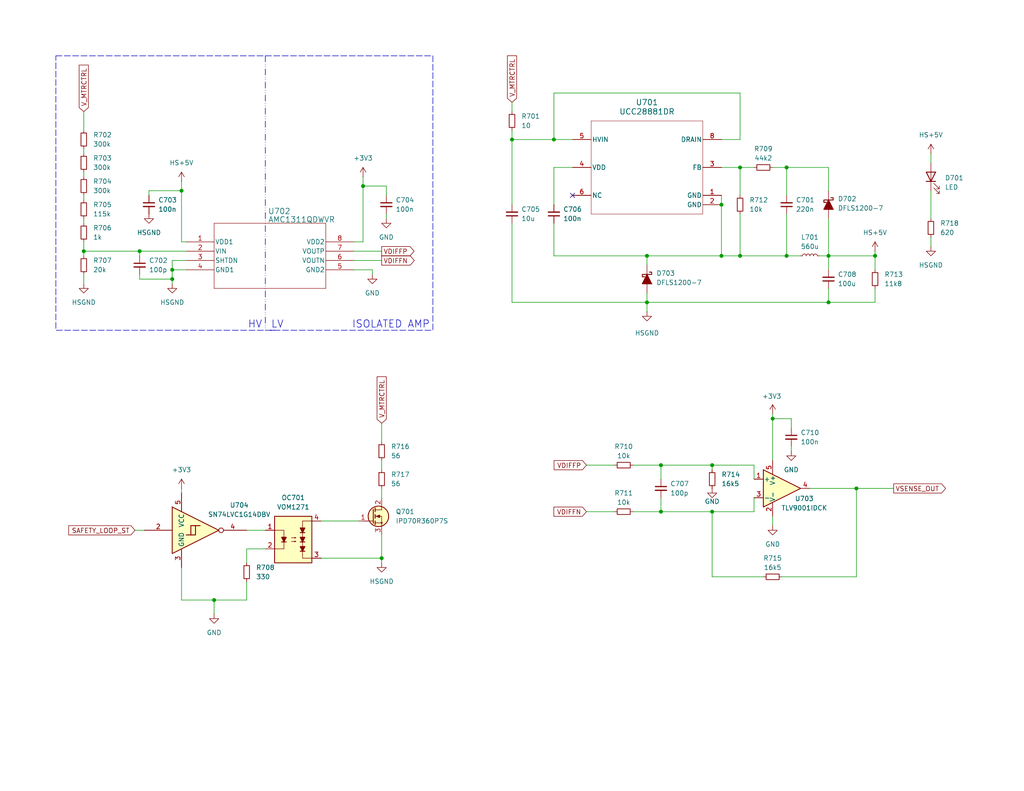
<source format=kicad_sch>
(kicad_sch (version 20231120) (generator "eeschema") (generator_version "8.0")
  (paper "USLetter")
  (title_block (title "Relay Control Board") (date "2024-07-01") (rev "PA") (company "UBC ThunderBikes") (comment 1 "Peter Woolsey"))
  (lib_symbols
    (symbol "2024-05-05_15-28-23:AMC1311QDWVRQ1" (pin_names (offset 0.254))
      (property "Reference" "U" (at 22.86 10.16 0))
      (property "Value" "AMC1311QDWVRQ1" (at 22.86 7.62 0))
      (symbol "AMC1311QDWVRQ1_0_1"
        (polyline (pts (xy 7.62 -12.7) (xy 38.1 -12.7)) (stroke (width 0.127)))
        (polyline (pts (xy 7.62 5.08) (xy 7.62 -12.7)) (stroke (width 0.127)))
        (polyline (pts (xy 38.1 -12.7) (xy 38.1 5.08)) (stroke (width 0.127)))
        (polyline (pts (xy 38.1 5.08) (xy 7.62 5.08)) (stroke (width 0.127)))
        (pin power_in line (at 0 0 0) (length 7.62) (name "VDD1") (number "1"))
        (pin input line (at 0 -2.54 0) (length 7.62) (name "VIN") (number "2"))
        (pin input line (at 0 -5.08 0) (length 7.62) (name "SHTDN") (number "3"))
        (pin power_in line (at 0 -7.62 0) (length 7.62) (name "GND1") (number "4"))
        (pin power_in line (at 45.72 -7.62 180) (length 7.62) (name "GND2") (number "5"))
        (pin output line (at 45.72 -5.08 180) (length 7.62) (name "VOUTN") (number "6"))
        (pin output line (at 45.72 -2.54 180) (length 7.62) (name "VOUTP") (number "7"))
        (pin power_in line (at 45.72 0 180) (length 7.62) (name "VDD2") (number "8"))
      )
    )
    (symbol "2024-07-09_05-33-38:UCC28881DR" (pin_names (offset 0.254))
      (property "Reference" "U" (at 0 2.54 0))
      (property "Value" "UCC28881DR" (at 0 0 0))
      (symbol "UCC28881DR_0_1"
        (polyline (pts (xy -15.24 -12.7) (xy 15.24 -12.7)) (stroke (width 0.1016)))
        (polyline (pts (xy -15.24 12.7) (xy -15.24 -12.7)) (stroke (width 0.1016)))
        (polyline (pts (xy 15.24 -12.7) (xy 15.24 12.7)) (stroke (width 0.1016)))
        (polyline (pts (xy 15.24 12.7) (xy -15.24 12.7)) (stroke (width 0.1016)))
        (pin power_in line (at 20.32 -7.62 180) (length 5.08) (name "GND") (number "1"))
        (pin power_in line (at 20.32 -10.16 180) (length 5.08) (name "GND") (number "2"))
        (pin input line (at 20.32 0 180) (length 5.08) (name "FB") (number "3"))
        (pin power_in line (at -20.32 0 0) (length 5.08) (name "VDD") (number "4"))
        (pin power_in line (at -20.32 7.62 0) (length 5.08) (name "HVIN") (number "5"))
        (pin unspecified line (at -20.32 -7.62 0) (length 5.08) (name "NC") (number "6"))
        (pin unspecified line (at 20.32 7.62 180) (length 5.08) (name "DRAIN") (number "8"))
      )
    )
    (symbol "74xGxx:SN74LVC1G14DBV"
      (property "Reference" "U" (at 0 3.81 0))
      (property "Value" "SN74LVC1G14DBV" (at 0 -3.81 0))
      (symbol "SN74LVC1G14DBV_0_1"
        (polyline (pts (xy -7.62 6.35) (xy -7.62 -6.35) (xy 5.08 0) (xy -7.62 6.35)) (stroke (width 0.254)) (fill (type background)))
      )
      (symbol "SN74LVC1G14DBV_1_1"
        (polyline (pts (xy -3.81 -1.27) (xy -1.27 -1.27) (xy -1.27 1.27)) (stroke (width 0.254)))
        (polyline (pts (xy -2.54 -1.27) (xy -2.54 1.27) (xy 0 1.27)) (stroke (width 0.254)))
        (pin no_connect line (at -7.62 5.08 180) (length 5.08) hide (name "NC") (number "1"))
        (pin input line (at -15.24 0 0) (length 7.62) (name "~") (number "2"))
        (pin power_in line (at -5.08 -10.16 90) (length 5.08) (name "GND") (number "3"))
        (pin output inverted (at 12.7 0 180) (length 7.62) (name "~") (number "4"))
        (pin power_in line (at -5.08 10.16 270) (length 5.08) (name "VCC") (number "5"))
      )
    )
    (symbol "Amplifier_Operational:TLV9001IDCK" (pin_names (offset 0.127))
      (property "Reference" "U" (at 7.62 2.54 0))
      (property "Value" "TLV9001IDCK" (at 11.43 -2.54 0))
      (symbol "TLV9001IDCK_0_1"
        (polyline (pts (xy -2.54 5.08) (xy -2.54 -5.08) (xy 7.62 0) (xy -2.54 5.08)) (stroke (width 0.254)) (fill (type background)))
      )
      (symbol "TLV9001IDCK_1_1"
        (pin input line (at -5.08 2.54 0) (length 2.54) (name "+") (number "1"))
        (pin power_in line (at 0 -7.62 90) (length 3.81) (name "V-") (number "2"))
        (pin input line (at -5.08 -2.54 0) (length 2.54) (name "-") (number "3"))
        (pin output line (at 10.16 0 180) (length 2.54) (name "~") (number "4"))
        (pin power_in line (at 0 7.62 270) (length 3.81) (name "V+") (number "5"))
      )
    )
    (symbol "Device:C_Small" (pin_numbers hide) (pin_names (offset 0.254) hide)
      (property "Reference" "C" (at 0.254 1.778 0))
      (property "Value" "C_Small" (at 0.254 -2.032 0))
      (symbol "C_Small_0_1"
        (polyline (pts (xy -1.524 -0.508) (xy 1.524 -0.508)) (stroke (width 0.3302)))
        (polyline (pts (xy -1.524 0.508) (xy 1.524 0.508)) (stroke (width 0.3048)))
      )
      (symbol "C_Small_1_1"
        (pin passive line (at 0 2.54 270) (length 2.032) (name "~") (number "1"))
        (pin passive line (at 0 -2.54 90) (length 2.032) (name "~") (number "2"))
      )
    )
    (symbol "Device:LED" (pin_numbers hide) (pin_names (offset 1.016) hide)
      (property "Reference" "D" (at 0 2.54 0))
      (property "Value" "LED" (at 0 -2.54 0))
      (symbol "LED_0_1"
        (polyline (pts (xy -1.27 -1.27) (xy -1.27 1.27)) (stroke (width 0.254)))
        (polyline (pts (xy -1.27 0) (xy 1.27 0)))
        (polyline (pts (xy 1.27 -1.27) (xy 1.27 1.27) (xy -1.27 0) (xy 1.27 -1.27)) (stroke (width 0.254)))
        (polyline (pts (xy -3.048 -0.762) (xy -4.572 -2.286) (xy -3.81 -2.286) (xy -4.572 -2.286) (xy -4.572 -1.524)))
        (polyline (pts (xy -1.778 -0.762) (xy -3.302 -2.286) (xy -2.54 -2.286) (xy -3.302 -2.286) (xy -3.302 -1.524)))
      )
      (symbol "LED_1_1"
        (pin passive line (at -3.81 0 0) (length 2.54) (name "K") (number "1"))
        (pin passive line (at 3.81 0 180) (length 2.54) (name "A") (number "2"))
      )
    )
    (symbol "Device:L_Small" (pin_numbers hide) (pin_names (offset 0.254) hide)
      (property "Reference" "L" (at 0.762 1.016 0))
      (property "Value" "L_Small" (at 0.762 -1.016 0))
      (symbol "L_Small_0_1"
        (arc (start 0 -2.032) (mid 0.5058 -1.524) (end 0 -1.016))
        (arc (start 0 -1.016) (mid 0.5058 -0.508) (end 0 0))
        (arc (start 0 0) (mid 0.5058 0.508) (end 0 1.016))
        (arc (start 0 1.016) (mid 0.5058 1.524) (end 0 2.032))
      )
      (symbol "L_Small_1_1"
        (pin passive line (at 0 2.54 270) (length 0.508) (name "~") (number "1"))
        (pin passive line (at 0 -2.54 90) (length 0.508) (name "~") (number "2"))
      )
    )
    (symbol "Device:R_Small" (pin_numbers hide) (pin_names (offset 0.254) hide)
      (property "Reference" "R" (at 0.762 0.508 0))
      (property "Value" "R_Small" (at 0.762 -1.016 0))
      (symbol "R_Small_0_1"
        (rectangle (start -0.762 1.778) (end 0.762 -1.778) (stroke (width 0.2032)))
      )
      (symbol "R_Small_1_1"
        (pin passive line (at 0 2.54 270) (length 0.762) (name "~") (number "1"))
        (pin passive line (at 0 -2.54 90) (length 0.762) (name "~") (number "2"))
      )
    )
    (symbol "PCM_Diode_Schottky_AKL:D_Schottky_Generic" (pin_numbers hide) (pin_names (offset 1.016) hide)
      (property "Reference" "D" (at 0 5.08 0))
      (property "Value" "D_Schottky_Generic" (at 0 2.54 0))
      (symbol "D_Schottky_Generic_0_1"
        (polyline (pts (xy -1.27 0) (xy 1.27 0)))
        (polyline (pts (xy -1.27 -1.27) (xy -1.27 1.27) (xy 1.27 0) (xy -1.27 -1.27)) (stroke (width 0.254)) (fill (type outline)))
        (polyline (pts (xy 1.905 -0.635) (xy 1.905 -1.27) (xy 1.27 -1.27) (xy 1.27 1.27) (xy 0.635 1.27) (xy 0.635 0.635)) (stroke (width 0.254)))
      )
      (symbol "D_Schottky_Generic_1_1"
        (pin passive line (at 3.81 0 180) (length 2.54) (name "K") (number "1"))
        (pin passive line (at -3.81 0 0) (length 2.54) (name "A") (number "2"))
      )
    )
    (symbol "PCM_Optocoupler_Misc_AKL:VOM1271" (pin_names (offset 1.016))
      (property "Reference" "OC" (at -5.08 11.43 0))
      (property "Value" "VOM1271" (at -5.08 8.89 0))
      (symbol "VOM1271_0_0"
        (rectangle (start -5.08 6.35) (end 5.08 -6.35) (stroke (width 0.254)) (fill (type background)))
        (polyline (pts (xy 5.08 -5.08) (xy 2.54 -5.08) (xy 2.54 5.08) (xy 5.08 5.08)))
      )
      (symbol "VOM1271_0_1"
        (polyline (pts (xy -3.175 -0.635) (xy -1.905 -0.635)) (stroke (width 0.254)))
        (polyline (pts (xy -5.08 2.54) (xy -2.54 2.54) (xy -2.54 -0.635)))
        (polyline (pts (xy -2.54 -0.635) (xy -2.54 -2.54) (xy -5.08 -2.54)))
        (polyline (pts (xy -2.54 -0.635) (xy -3.175 0.635) (xy -1.905 0.635) (xy -2.54 -0.635)) (stroke (width 0.254)) (fill (type outline)))
        (polyline (pts (xy -0.508 -0.508) (xy 0.762 -0.508) (xy 0.381 -0.635) (xy 0.381 -0.381) (xy 0.762 -0.508)))
        (polyline (pts (xy -0.508 0.508) (xy 0.762 0.508) (xy 0.381 0.381) (xy 0.381 0.635) (xy 0.762 0.508)))
      )
      (symbol "VOM1271_1_1"
        (polyline (pts (xy 1.905 -3.175) (xy 3.175 -3.175)) (stroke (width 0.254)))
        (polyline (pts (xy 1.905 -0.635) (xy 3.175 -0.635)) (stroke (width 0.254)))
        (polyline (pts (xy 1.905 1.905) (xy 3.175 1.905)) (stroke (width 0.254)))
        (polyline (pts (xy 2.54 -3.175) (xy 1.905 -1.905) (xy 3.175 -1.905) (xy 2.54 -3.175)) (stroke (width 0.254)) (fill (type outline)))
        (polyline (pts (xy 2.54 -0.635) (xy 1.905 0.635) (xy 3.175 0.635) (xy 2.54 -0.635)) (stroke (width 0.254)) (fill (type outline)))
        (polyline (pts (xy 2.54 1.905) (xy 1.905 3.175) (xy 3.175 3.175) (xy 2.54 1.905)) (stroke (width 0.254)) (fill (type outline)))
        (pin passive line (at -7.62 2.54 0) (length 2.54) (name "~") (number "1"))
        (pin passive line (at -7.62 -2.54 0) (length 2.54) (name "~") (number "2"))
        (pin passive line (at 7.62 -5.08 180) (length 2.54) (name "~") (number "3"))
        (pin passive line (at 7.62 5.08 180) (length 2.54) (name "~") (number "4"))
      )
    )
    (symbol "PCM_Transistor_MOSFET_AKL:IPD70R360P7S" (pin_names hide)
      (property "Reference" "Q" (at 5.08 1.27 0))
      (property "Value" "IPD70R360P7S" (at 5.08 -1.27 0))
      (symbol "IPD70R360P7S_0_1"
        (polyline (pts (xy 0.254 -1.27) (xy -2.54 -1.27)))
        (polyline (pts (xy 0.254 1.905) (xy 0.254 -1.905)) (stroke (width 0.254)))
        (polyline (pts (xy 0.762 -1.778) (xy 2.54 -1.778)))
        (polyline (pts (xy 0.762 -1.27) (xy 0.762 -2.286)) (stroke (width 0.254)))
        (polyline (pts (xy 0.762 0.508) (xy 0.762 -0.508)) (stroke (width 0.254)))
        (polyline (pts (xy 0.762 2.286) (xy 0.762 1.27)) (stroke (width 0.254)))
        (polyline (pts (xy 2.54 1.778) (xy 0.762 1.778)))
        (polyline (pts (xy 2.54 2.54) (xy 2.54 1.778)))
        (polyline (pts (xy 2.54 -2.54) (xy 2.54 0) (xy 0.762 0)))
        (polyline (pts (xy 1.016 0) (xy 2.032 0.381) (xy 2.032 -0.381) (xy 1.016 0)) (fill (type outline)))
        (circle (center 1.651 0) (radius 2.794) (stroke (width 0.254)) (fill (type background)))
        (circle (center 2.54 -1.778) (radius 0.1778) (fill (type outline)))
      )
      (symbol "IPD70R360P7S_1_1"
        (pin input line (at -3.81 -1.27 0) (length 2.54) (name "G") (number "1"))
        (pin passive line (at 2.54 5.08 270) (length 2.54) (name "D") (number "2"))
        (pin passive line (at 2.54 -5.08 90) (length 2.54) (name "S") (number "3"))
      )
    )
    (symbol "power:+3V3" (power) (pin_numbers hide) (pin_names (offset 0) hide)
      (property "Value" "+3V3" (at 0 3.556 0))
      (symbol "+3V3_0_1"
        (polyline (pts (xy -0.762 1.27) (xy 0 2.54)))
        (polyline (pts (xy 0 0) (xy 0 2.54)))
        (polyline (pts (xy 0 2.54) (xy 0.762 1.27)))
      )
      (symbol "+3V3_1_1"
        (pin power_in line (at 0 0 90) (length 0) (name "~") (number "1"))
      )
    )
    (symbol "power:+5V" (power) (pin_numbers hide) (pin_names (offset 0) hide)
      (property "Value" "+5V" (at 0 3.556 0))
      (symbol "+5V_0_1"
        (polyline (pts (xy -0.762 1.27) (xy 0 2.54)))
        (polyline (pts (xy 0 0) (xy 0 2.54)))
        (polyline (pts (xy 0 2.54) (xy 0.762 1.27)))
      )
      (symbol "+5V_1_1"
        (pin power_in line (at 0 0 90) (length 0) (name "~") (number "1"))
      )
    )
    (symbol "power:GND" (power) (pin_numbers hide) (pin_names (offset 0) hide)
      (property "Value" "GND" (at 0 -3.81 0))
      (symbol "GND_0_1"
        (polyline (pts (xy 0 0) (xy 0 -1.27) (xy 1.27 -1.27) (xy 0 -2.54) (xy -1.27 -1.27) (xy 0 -1.27)))
      )
      (symbol "GND_1_1"
        (pin power_in line (at 0 0 270) (length 0) (name "~") (number "1"))
      )
    )
  )
  (junction (at 226.06 82.55))
  (junction (at 214.63 69.85))
  (junction (at 99.06 50.8))
  (junction (at 214.63 45.72))
  (junction (at 176.53 82.55))
  (junction (at 196.85 55.88))
  (junction (at 194.31 139.7))
  (junction (at 46.99 73.66))
  (junction (at 58.42 163.83))
  (junction (at 49.53 52.07))
  (junction (at 201.93 69.85))
  (junction (at 180.34 139.7))
  (junction (at 46.99 76.2))
  (junction (at 151.13 38.1))
  (junction (at 176.53 69.85))
  (junction (at 238.76 69.85))
  (junction (at 194.31 127))
  (junction (at 22.86 68.58))
  (junction (at 38.1 68.58))
  (junction (at 180.34 127))
  (junction (at 139.7 38.1))
  (junction (at 210.82 114.3))
  (junction (at 201.93 45.72))
  (junction (at 226.06 69.85))
  (junction (at 104.14 152.4))
  (junction (at 233.68 133.35))
  (junction (at 196.85 69.85))
  (no_connect (at 156.21 53.34))
  (wire (pts (xy 99.06 66.04) (xy 96.52 66.04)))
  (wire (pts (xy 139.7 38.1) (xy 139.7 55.88)))
  (wire (pts (xy 196.85 69.85) (xy 196.85 55.88)))
  (wire (pts (xy 254 44.45) (xy 254 41.91)))
  (wire (pts (xy 176.53 80.01) (xy 176.53 82.55)))
  (wire (pts (xy 226.06 82.55) (xy 176.53 82.55)))
  (wire (pts (xy 233.68 133.35) (xy 233.68 157.48)))
  (wire (pts (xy 176.53 82.55) (xy 176.53 85.09)))
  (wire (pts (xy 104.14 133.35) (xy 104.14 135.89)))
  (wire (pts (xy 215.9 114.3) (xy 215.9 116.84)))
  (wire (pts (xy 238.76 82.55) (xy 226.06 82.55)))
  (wire (pts (xy 194.31 127) (xy 194.31 128.27)))
  (wire (pts (xy 49.53 133.35) (xy 49.53 134.62)))
  (wire (pts (xy 205.74 127) (xy 205.74 130.81)))
  (wire (pts (xy 22.86 59.69) (xy 22.86 60.96)))
  (wire (pts (xy 205.74 139.7) (xy 205.74 135.89)))
  (wire (pts (xy 151.13 60.96) (xy 151.13 69.85)))
  (wire (pts (xy 22.86 66.04) (xy 22.86 68.58)))
  (wire (pts (xy 96.52 68.58) (xy 104.14 68.58)))
  (wire (pts (xy 139.7 60.96) (xy 139.7 82.55)))
  (wire (pts (xy 210.82 45.72) (xy 214.63 45.72)))
  (wire (pts (xy 22.86 46.99) (xy 22.86 48.26)))
  (wire (pts (xy 196.85 53.34) (xy 196.85 55.88)))
  (wire (pts (xy 201.93 69.85) (xy 214.63 69.85)))
  (wire (pts (xy 105.41 58.42) (xy 105.41 59.69)))
  (polyline (pts (xy 73.66 90.17) (xy 74.93 90.17)))
  (wire (pts (xy 176.53 69.85) (xy 176.53 72.39)))
  (wire (pts (xy 226.06 78.74) (xy 226.06 82.55)))
  (wire (pts (xy 226.06 69.85) (xy 226.06 73.66)))
  (wire (pts (xy 99.06 50.8) (xy 105.41 50.8)))
  (wire (pts (xy 180.34 139.7) (xy 172.72 139.7)))
  (wire (pts (xy 104.14 152.4) (xy 104.14 153.67)))
  (wire (pts (xy 201.93 25.4) (xy 151.13 25.4)))
  (wire (pts (xy 160.02 127) (xy 167.64 127)))
  (wire (pts (xy 38.1 74.93) (xy 38.1 76.2)))
  (wire (pts (xy 22.86 74.93) (xy 22.86 77.47)))
  (wire (pts (xy 196.85 45.72) (xy 201.93 45.72)))
  (wire (pts (xy 104.14 146.05) (xy 104.14 152.4)))
  (wire (pts (xy 139.7 38.1) (xy 151.13 38.1)))
  (wire (pts (xy 96.52 73.66) (xy 101.6 73.66)))
  (wire (pts (xy 233.68 133.35) (xy 243.84 133.35)))
  (wire (pts (xy 36.83 144.78) (xy 39.37 144.78)))
  (wire (pts (xy 87.63 142.24) (xy 97.79 142.24)))
  (wire (pts (xy 180.34 127) (xy 194.31 127)))
  (wire (pts (xy 194.31 139.7) (xy 205.74 139.7)))
  (wire (pts (xy 226.06 59.69) (xy 226.06 69.85)))
  (wire (pts (xy 223.52 69.85) (xy 226.06 69.85)))
  (wire (pts (xy 238.76 78.74) (xy 238.76 82.55)))
  (wire (pts (xy 67.31 158.75) (xy 67.31 163.83)))
  (wire (pts (xy 46.99 73.66) (xy 46.99 76.2)))
  (wire (pts (xy 194.31 157.48) (xy 208.28 157.48)))
  (wire (pts (xy 139.7 27.94) (xy 139.7 30.48)))
  (wire (pts (xy 49.53 49.53) (xy 49.53 52.07)))
  (wire (pts (xy 40.64 52.07) (xy 40.64 53.34)))
  (wire (pts (xy 226.06 52.07) (xy 226.06 45.72)))
  (wire (pts (xy 40.64 52.07) (xy 49.53 52.07)))
  (wire (pts (xy 38.1 68.58) (xy 50.8 68.58)))
  (wire (pts (xy 215.9 121.92) (xy 215.9 123.19)))
  (wire (pts (xy 46.99 71.12) (xy 46.99 73.66)))
  (wire (pts (xy 151.13 45.72) (xy 151.13 55.88)))
  (wire (pts (xy 49.53 163.83) (xy 58.42 163.83)))
  (wire (pts (xy 210.82 114.3) (xy 215.9 114.3)))
  (wire (pts (xy 214.63 45.72) (xy 214.63 53.34)))
  (wire (pts (xy 38.1 68.58) (xy 38.1 69.85)))
  (wire (pts (xy 160.02 139.7) (xy 167.64 139.7)))
  (wire (pts (xy 210.82 113.03) (xy 210.82 114.3)))
  (wire (pts (xy 180.34 135.89) (xy 180.34 139.7)))
  (wire (pts (xy 101.6 73.66) (xy 101.6 74.93)))
  (wire (pts (xy 46.99 76.2) (xy 46.99 77.47)))
  (wire (pts (xy 210.82 114.3) (xy 210.82 125.73)))
  (wire (pts (xy 226.06 45.72) (xy 214.63 45.72)))
  (wire (pts (xy 99.06 50.8) (xy 99.06 66.04)))
  (wire (pts (xy 176.53 69.85) (xy 196.85 69.85)))
  (wire (pts (xy 201.93 69.85) (xy 196.85 69.85)))
  (wire (pts (xy 99.06 48.26) (xy 99.06 50.8)))
  (wire (pts (xy 201.93 58.42) (xy 201.93 69.85)))
  (wire (pts (xy 180.34 127) (xy 180.34 130.81)))
  (wire (pts (xy 50.8 71.12) (xy 46.99 71.12)))
  (wire (pts (xy 151.13 38.1) (xy 156.21 38.1)))
  (wire (pts (xy 104.14 115.57) (xy 104.14 120.65)))
  (wire (pts (xy 22.86 40.64) (xy 22.86 41.91)))
  (wire (pts (xy 194.31 139.7) (xy 194.31 157.48)))
  (wire (pts (xy 238.76 68.58) (xy 238.76 69.85)))
  (wire (pts (xy 201.93 45.72) (xy 205.74 45.72)))
  (wire (pts (xy 49.53 52.07) (xy 49.53 66.04)))
  (wire (pts (xy 38.1 76.2) (xy 46.99 76.2)))
  (wire (pts (xy 214.63 58.42) (xy 214.63 69.85)))
  (wire (pts (xy 172.72 127) (xy 180.34 127)))
  (wire (pts (xy 22.86 53.34) (xy 22.86 54.61)))
  (wire (pts (xy 196.85 38.1) (xy 201.93 38.1)))
  (wire (pts (xy 210.82 140.97) (xy 210.82 143.51)))
  (wire (pts (xy 180.34 139.7) (xy 194.31 139.7)))
  (wire (pts (xy 226.06 69.85) (xy 238.76 69.85)))
  (wire (pts (xy 254 64.77) (xy 254 67.31)))
  (wire (pts (xy 49.53 66.04) (xy 50.8 66.04)))
  (wire (pts (xy 254 52.07) (xy 254 59.69)))
  (wire (pts (xy 58.42 163.83) (xy 67.31 163.83)))
  (wire (pts (xy 151.13 25.4) (xy 151.13 38.1)))
  (wire (pts (xy 87.63 152.4) (xy 104.14 152.4)))
  (wire (pts (xy 22.86 68.58) (xy 22.86 69.85)))
  (wire (pts (xy 151.13 69.85) (xy 176.53 69.85)))
  (wire (pts (xy 22.86 68.58) (xy 38.1 68.58)))
  (wire (pts (xy 49.53 154.94) (xy 49.53 163.83)))
  (wire (pts (xy 67.31 144.78) (xy 72.39 144.78)))
  (wire (pts (xy 201.93 45.72) (xy 201.93 53.34)))
  (polyline (pts (xy 72.39 15.24) (xy 72.39 90.17)) (stroke (width 0) (type dash_dot_dot)))
  (wire (pts (xy 58.42 163.83) (xy 58.42 167.64)))
  (wire (pts (xy 220.98 133.35) (xy 233.68 133.35)))
  (wire (pts (xy 201.93 38.1) (xy 201.93 25.4)))
  (wire (pts (xy 50.8 73.66) (xy 46.99 73.66)))
  (wire (pts (xy 139.7 82.55) (xy 176.53 82.55)))
  (wire (pts (xy 96.52 71.12) (xy 104.14 71.12)))
  (wire (pts (xy 194.31 127) (xy 205.74 127)))
  (wire (pts (xy 213.36 157.48) (xy 233.68 157.48)))
  (wire (pts (xy 238.76 69.85) (xy 238.76 73.66)))
  (wire (pts (xy 67.31 149.86) (xy 72.39 149.86)))
  (wire (pts (xy 105.41 50.8) (xy 105.41 53.34)))
  (wire (pts (xy 156.21 45.72) (xy 151.13 45.72)))
  (wire (pts (xy 214.63 69.85) (xy 218.44 69.85)))
  (wire (pts (xy 67.31 153.67) (xy 67.31 149.86)))
  (wire (pts (xy 22.86 30.48) (xy 22.86 35.56)))
  (wire (pts (xy 139.7 35.56) (xy 139.7 38.1)))
  (wire (pts (xy 104.14 125.73) (xy 104.14 128.27)))
  (rectangle (start 15.24 15.24) (end 118.11 90.17) (stroke (width 0) (type dash)))
  (text "HV" (at 69.596 88.646 0) (effects (font (size 2 2))))
  (text "ISOLATED AMP" (at 106.68 88.646 0) (effects (font (size 2 2))))
  (text "LV" (at 75.692 88.646 0) (effects (font (size 2 2))))
  (global_label "VDIFFN" (shape input) (at 160.02 139.7 180) (property "Intersheetrefs" "${INTERSHEET_REFS}" (effects (hide yes))))
  (global_label "VDIFFP" (shape input) (at 160.02 127 180) (property "Intersheetrefs" "${INTERSHEET_REFS}" (effects (hide yes))))
  (global_label "VSENSE_OUT" (shape output) (at 243.84 133.35 0) (property "Intersheetrefs" "${INTERSHEET_REFS}" (effects (hide yes))))
  (global_label "SAFETY_LOOP_ST" (shape input) (at 36.83 144.78 180) (property "Intersheetrefs" "${INTERSHEET_REFS}" (effects (hide yes))))
  (global_label "V_MTRCTRL" (shape input) (at 139.7 27.94 90) (property "Intersheetrefs" "${INTERSHEET_REFS}" (effects (hide yes))))
  (global_label "VDIFFN" (shape output) (at 104.14 71.12 0) (property "Intersheetrefs" "${INTERSHEET_REFS}" (effects (hide yes))))
  (global_label "VDIFFP" (shape output) (at 104.14 68.58 0) (property "Intersheetrefs" "${INTERSHEET_REFS}" (effects (hide yes))))
  (global_label "V_MTRCTRL" (shape input) (at 104.14 115.57 90) (property "Intersheetrefs" "${INTERSHEET_REFS}" (effects (hide yes))))
  (global_label "V_MTRCTRL" (shape input) (at 22.86 30.48 90) (property "Intersheetrefs" "${INTERSHEET_REFS}" (effects (hide yes))))
  (symbol (lib_id "power:+3V3") (at 210.82 113.03 0) (unit 1)
    (property "Reference" "#PWR028" (effects (hide yes)))
    (property "Value" "+3V3" (at 210.566 108.204 0))
    (property "Description" "Power symbol creates a global label with name \"+3V3\"" (effects (hide yes)))
  )
  (symbol (lib_id "Device:C_Small") (at 139.7 58.42 180) (unit 1)
    (property "Reference" "C705" (at 142.24 57.1435 0) (effects (justify right)))
    (property "Value" "10u" (at 142.24 59.6835 0) (effects (justify right)))
    (property "Description" "Unpolarized capacitor, small symbol" (effects (hide yes)))
  )
  (symbol (lib_id "Device:C_Small") (at 180.34 133.35 0) (unit 1)
    (property "Reference" "C707" (at 182.88 132.0862 0) (effects (justify left)))
    (property "Value" "100p" (at 182.88 134.6262 0) (effects (justify left)))
    (property "Footprint" "Capacitor_SMD:C_0603_1608Metric" (effects (hide yes)))
    (property "Description" "Unpolarized capacitor, small symbol" (effects (hide yes)))
    (property "LCSC" "C160903" (effects (hide yes)))
  )
  (symbol (lib_id "Device:LED") (at 254 48.26 90) (unit 1)
    (property "Reference" "D701" (at 257.81 48.5774 90) (effects (justify right)))
    (property "Value" "LED" (at 257.81 51.1174 90) (effects (justify right)))
    (property "Footprint" "LED_SMD:LED_0603_1608Metric" (effects (hide yes)))
    (property "Description" "Light emitting diode" (effects (hide yes)))
    (property "LCSC" "C84263" (effects (hide yes)))
  )
  (symbol (lib_id "2024-05-05_15-28-23:AMC1311QDWVRQ1") (at 50.8 66.04 0) (unit 1)
    (property "Reference" "U702" (at 76.2 57.658 0) (effects (font (size 1.524 1.524))))
    (property "Value" "AMC1311QDWVR" (at 82.296 59.944 0) (effects (font (size 1.524 1.524))))
    (property "Footprint" "isolated_amp:DWV8_TEX" (effects (hide yes)))
    (property "Datasheet" "AMC1311QDWVRQ1" (effects (hide yes)))
    (property "LCSC" "C456277" (effects (hide yes)))
  )
  (symbol (lib_id "Device:R_Small") (at 170.18 127 90) (unit 1)
    (property "Reference" "R710" (at 170.18 121.92 90))
    (property "Value" "10k" (at 170.18 124.46 90))
    (property "Footprint" "Resistor_SMD:R_0603_1608Metric" (effects (hide yes)))
    (property "Description" "Resistor, small symbol" (effects (hide yes)))
    (property "LCSC" "C25804" (effects (hide yes)))
  )
  (symbol (lib_id "power:GND") (at 210.82 143.51 0) (unit 1)
    (property "Reference" "#PWR029" (effects (hide yes)))
    (property "Value" "GND" (at 210.82 148.59 0))
    (property "Description" "Power symbol creates a global label with name \"GND\" , ground" (effects (hide yes)))
  )
  (symbol (lib_id "Device:R_Small") (at 22.86 38.1 0) (unit 1)
    (property "Reference" "R702" (at 25.4 36.8299 0) (effects (justify left)))
    (property "Value" "300k" (at 25.4 39.3699 0) (effects (justify left)))
    (property "Footprint" "Resistor_SMD:R_0603_1608Metric" (effects (hide yes)))
    (property "Description" "Resistor, small symbol" (effects (hide yes)))
    (property "LCSC" "C23024" (effects (hide yes)))
  )
  (symbol (lib_id "power:+5V") (at 254 41.91 0) (unit 1)
    (property "Reference" "#PWR0701" (effects (hide yes)))
    (property "Value" "HS+5V" (at 254 36.83 0))
    (property "Description" "Power symbol creates a global label with name \"+5V\"" (effects (hide yes)))
  )
  (symbol (lib_id "Device:C_Small") (at 105.41 55.88 0) (unit 1)
    (property "Reference" "C704" (at 107.95 54.6162 0) (effects (justify left)))
    (property "Value" "100n" (at 107.95 57.1562 0) (effects (justify left)))
    (property "Footprint" "Capacitor_SMD:C_0603_1608Metric" (effects (hide yes)))
    (property "Description" "Unpolarized capacitor, small symbol" (effects (hide yes)))
    (property "LCSC" "C1591" (effects (hide yes)))
  )
  (symbol (lib_id "Device:R_Small") (at 22.86 44.45 0) (unit 1)
    (property "Reference" "R703" (at 25.4 43.1799 0) (effects (justify left)))
    (property "Value" "300k" (at 25.4 45.7199 0) (effects (justify left)))
    (property "Footprint" "Resistor_SMD:R_0603_1608Metric" (effects (hide yes)))
    (property "Description" "Resistor, small symbol" (effects (hide yes)))
    (property "LCSC" "C23024" (effects (hide yes)))
  )
  (symbol (lib_id "74xGxx:SN74LVC1G14DBV") (at 54.61 144.78 0) (unit 1)
    (property "Reference" "U704" (at 65.278 137.922 0))
    (property "Value" "SN74LVC1G14DBV" (at 65.278 140.462 0))
    (property "Footprint" "Package_TO_SOT_SMD:SOT-23-5" (effects (hide yes)))
    (property "Datasheet" "https://www.ti.com/lit/ds/symlink/sn74lvc1g14.pdf" (effects (hide yes)))
    (property "Description" "Single Schmitt NOT Gate, Low-Voltage CMOS, SOT-23" (effects (hide yes)))
    (property "LCSC" "C434069" (effects (hide yes)))
  )
  (symbol (lib_id "PCM_Transistor_MOSFET_AKL:IPD70R360P7S") (at 101.6 140.97 0) (unit 1)
    (property "Reference" "Q701" (at 107.95 139.6999 0) (effects (justify left)))
    (property "Value" "IPD70R360P7S" (at 107.95 142.2399 0) (effects (justify left)))
    (property "Footprint" "Package_TO_SOT_SMD_AKL:TO-252-2" (effects (hide yes)))
    (property "Datasheet" "https://www.tme.eu/Document/222d0e216d33bd2b93215d2eeeadad4b/IPD70R360P7S.pdf" (effects (hide yes)))
    (property "Description" "TO-252 N-MOSFET enchancement mode transistor, 700V, 12.5A, 59.5W, Alternate KiCAD Library" (effects (hide yes)))
    (property "LCSC" "C151509" (effects (hide yes)))
  )
  (symbol (lib_id "power:+5V") (at 49.53 49.53 0) (unit 1)
    (property "Reference" "#PWR026" (effects (hide yes)))
    (property "Value" "HS+5V" (at 49.53 44.45 0))
    (property "Description" "Power symbol creates a global label with name \"+5V\"" (effects (hide yes)))
  )
  (symbol (lib_id "Device:R_Small") (at 139.7 33.02 180) (unit 1)
    (property "Reference" "R701" (at 142.24 31.7499 0) (effects (justify right)))
    (property "Value" "10" (at 142.24 34.2899 0) (effects (justify right)))
    (property "Description" "Resistor, small symbol" (effects (hide yes)))
  )
  (symbol (lib_id "power:GND") (at 194.31 133.35 0) (unit 1)
    (property "Reference" "#PWR027" (effects (hide yes)))
    (property "Value" "GND" (at 194.31 136.906 0))
    (property "Description" "Power symbol creates a global label with name \"GND\" , ground" (effects (hide yes)))
  )
  (symbol (lib_id "Device:R_Small") (at 254 62.23 0) (unit 1)
    (property "Reference" "R718" (at 256.54 60.9599 0) (effects (justify left)))
    (property "Value" "620" (at 256.54 63.4999 0) (effects (justify left)))
    (property "Footprint" "Resistor_SMD:R_0603_1608Metric" (effects (hide yes)))
    (property "Description" "Resistor, small symbol" (effects (hide yes)))
    (property "LCSC" "C23220" (effects (hide yes)))
  )
  (symbol (lib_id "Amplifier_Operational:TLV9001IDCK") (at 210.82 133.35 0) (unit 1)
    (property "Reference" "U703" (at 219.456 136.144 0))
    (property "Value" "TLV9001IDCK" (at 219.456 138.684 0))
    (property "Footprint" "Package_TO_SOT_SMD:SOT-353_SC-70-5" (effects (hide yes)))
    (property "Datasheet" "https://www.ti.com/lit/ds/symlink/tlv9001.pdf" (effects (hide yes)))
    (property "Description" "Low-power, Rail-to-Rail, 1MHz Operational Amplifier, SOT-353" (effects (hide yes)))
    (property "LCSC" "C398362" (effects (hide yes)))
  )
  (symbol (lib_id "power:GND") (at 104.14 153.67 0) (unit 1)
    (property "Reference" "#PWR035" (effects (hide yes)))
    (property "Value" "HSGND" (at 104.14 158.75 0))
    (property "Description" "Power symbol creates a global label with name \"GND\" , ground" (effects (hide yes)))
  )
  (symbol (lib_id "power:GND") (at 22.86 77.47 0) (unit 1)
    (property "Reference" "#PWR023" (effects (hide yes)))
    (property "Value" "HSGND" (at 22.86 82.55 0))
    (property "Description" "Power symbol creates a global label with name \"GND\" , ground" (effects (hide yes)))
  )
  (symbol (lib_id "Device:L_Small") (at 220.98 69.85 90) (unit 1)
    (property "Reference" "L701" (at 220.98 64.77 90))
    (property "Value" "560u" (at 220.98 67.31 90))
    (property "Description" "Inductor, small symbol" (effects (hide yes)))
  )
  (symbol (lib_id "Device:R_Small") (at 104.14 130.81 0) (unit 1)
    (property "Reference" "R717" (at 106.68 129.5399 0) (effects (justify left)))
    (property "Value" "56" (at 106.68 132.0799 0) (effects (justify left)))
    (property "Footprint" "Package_TO_SOT_THT:TO-247-2_Vertical" (effects (hide yes)))
    (property "Description" "Resistor, small symbol" (effects (hide yes)))
    (property "DigiKey" "273-AP10156RF-ND" (effects (hide yes)))
  )
  (symbol (lib_id "Device:R_Small") (at 210.82 157.48 90) (unit 1)
    (property "Reference" "R715" (at 210.82 152.4 90))
    (property "Value" "16k5" (at 210.82 154.94 90))
    (property "Footprint" "Resistor_SMD:R_0603_1608Metric" (effects (hide yes)))
    (property "Description" "Resistor, small symbol" (effects (hide yes)))
    (property "LCSC" "C2933155" (effects (hide yes)))
  )
  (symbol (lib_id "Device:C_Small") (at 226.06 76.2 180) (unit 1)
    (property "Reference" "C708" (at 228.6 74.9235 0) (effects (justify right)))
    (property "Value" "100u" (at 228.6 77.4635 0) (effects (justify right)))
    (property "Description" "Unpolarized capacitor, small symbol" (effects (hide yes)))
  )
  (symbol (lib_id "power:GND") (at 40.64 58.42 0) (unit 1)
    (property "Reference" "#PWR024" (effects (hide yes)))
    (property "Value" "HSGND" (at 40.64 63.5 0))
    (property "Description" "Power symbol creates a global label with name \"GND\" , ground" (effects (hide yes)))
  )
  (symbol (lib_id "power:GND") (at 215.9 123.19 0) (unit 1)
    (property "Reference" "#PWR030" (effects (hide yes)))
    (property "Value" "GND" (at 215.9 128.27 0))
    (property "Description" "Power symbol creates a global label with name \"GND\" , ground" (effects (hide yes)))
  )
  (symbol (lib_id "Device:C_Small") (at 151.13 58.42 180) (unit 1)
    (property "Reference" "C706" (at 153.67 57.1435 0) (effects (justify right)))
    (property "Value" "100n" (at 153.67 59.6835 0) (effects (justify right)))
    (property "Description" "Unpolarized capacitor, small symbol" (effects (hide yes)))
  )
  (symbol (lib_id "power:GND") (at 254 67.31 0) (unit 1)
    (property "Reference" "#PWR0702" (effects (hide yes)))
    (property "Value" "HSGND" (at 254 72.39 0))
    (property "Description" "Power symbol creates a global label with name \"GND\" , ground" (effects (hide yes)))
  )
  (symbol (lib_id "PCM_Optocoupler_Misc_AKL:VOM1271") (at 80.01 147.32 0) (unit 1)
    (property "Reference" "OC701" (at 80.01 135.89 0))
    (property "Value" "VOM1271" (at 80.01 138.43 0))
    (property "Footprint" "VOM1271T:SOIC254P695X242-4N" (effects (hide yes)))
    (property "Datasheet" "https://www.tme.eu/Document/f46c008e1f9d220a0a86f6e430ee8512/VOM1271T.pdf" (effects (hide yes)))
    (property "Description" "SO-4 Optocoupler, Photovoltaic output, 4.5kV, 7.8V, Alternate KiCAD Library" (effects (hide yes)))
    (property "LCSC" "C146286" (effects (hide yes)))
  )
  (symbol (lib_id "power:+3V3") (at 49.53 133.35 0) (unit 1)
    (property "Reference" "#PWR0606" (effects (hide yes)))
    (property "Value" "+3V3" (at 49.53 128.27 0))
    (property "Description" "Power symbol creates a global label with name \"+3V3\"" (effects (hide yes)))
  )
  (symbol (lib_id "Device:R_Small") (at 104.14 123.19 0) (unit 1)
    (property "Reference" "R716" (at 106.68 121.9199 0) (effects (justify left)))
    (property "Value" "56" (at 106.68 124.4599 0) (effects (justify left)))
    (property "Footprint" "Package_TO_SOT_THT:TO-247-2_Vertical" (effects (hide yes)))
    (property "Description" "Resistor, small symbol" (effects (hide yes)))
    (property "DigiKey" "273-AP10156RF-ND" (effects (hide yes)))
  )
  (symbol (lib_id "power:GND") (at 105.41 59.69 0) (unit 1)
    (property "Reference" "#PWR033" (effects (hide yes)))
    (property "Value" "GND" (at 105.41 64.77 0))
    (property "Description" "Power symbol creates a global label with name \"GND\" , ground" (effects (hide yes)))
  )
  (symbol (lib_id "power:+5V") (at 238.76 68.58 0) (unit 1)
    (property "Reference" "#PWR022" (effects (hide yes)))
    (property "Value" "HS+5V" (at 238.76 63.5 0))
    (property "Description" "Power symbol creates a global label with name \"+5V\"" (effects (hide yes)))
  )
  (symbol (lib_id "power:GND") (at 58.42 167.64 0) (unit 1)
    (property "Reference" "#PWR034" (effects (hide yes)))
    (property "Value" "GND" (at 58.42 172.72 0))
    (property "Description" "Power symbol creates a global label with name \"GND\" , ground" (effects (hide yes)))
  )
  (symbol (lib_id "Device:R_Small") (at 208.28 45.72 90) (unit 1)
    (property "Reference" "R709" (at 208.28 40.64 90))
    (property "Value" "44k2" (at 208.28 43.18 90))
    (property "Description" "Resistor, small symbol" (effects (hide yes)))
  )
  (symbol (lib_id "PCM_Diode_Schottky_AKL:D_Schottky_Generic") (at 226.06 55.88 90) (unit 1)
    (property "Reference" "D702" (at 228.6 54.2924 90) (effects (justify right)))
    (property "Value" "DFLS1200-7" (at 228.6 56.8324 90) (effects (justify right)))
    (property "Footprint" "Diode_SMD_AKL:D_PowerDI-123" (effects (hide yes)))
    (property "Description" "Schottky diode, Generic Symbol, Alternate KiCAD Library" (effects (hide yes)))
    (property "LCSC" "C324985" (effects (hide yes)))
  )
  (symbol (lib_id "power:+3V3") (at 99.06 48.26 0) (unit 1)
    (property "Reference" "#PWR031" (effects (hide yes)))
    (property "Value" "+3V3" (at 99.06 43.18 0))
    (property "Description" "Power symbol creates a global label with name \"+3V3\"" (effects (hide yes)))
  )
  (symbol (lib_id "Device:R_Small") (at 67.31 156.21 0) (unit 1)
    (property "Reference" "R708" (at 69.85 154.9399 0) (effects (justify left)))
    (property "Value" "330" (at 69.85 157.4799 0) (effects (justify left)))
    (property "Footprint" "Resistor_SMD:R_0603_1608Metric" (effects (hide yes)))
    (property "Description" "Resistor, small symbol" (effects (hide yes)))
    (property "LCSC" "C105881" (effects (hide yes)))
  )
  (symbol (lib_id "power:GND") (at 46.99 77.47 0) (unit 1)
    (property "Reference" "#PWR025" (effects (hide yes)))
    (property "Value" "HSGND" (at 46.99 82.55 0))
    (property "Description" "Power symbol creates a global label with name \"GND\" , ground" (effects (hide yes)))
  )
  (symbol (lib_id "Device:R_Small") (at 22.86 57.15 0) (unit 1)
    (property "Reference" "R705" (at 25.4 55.8799 0) (effects (justify left)))
    (property "Value" "115k" (at 25.4 58.4199 0) (effects (justify left)))
    (property "Footprint" "Resistor_SMD:R_0603_1608Metric" (effects (hide yes)))
    (property "Description" "Resistor, small symbol" (effects (hide yes)))
    (property "LCSC" "C3016434" (effects (hide yes)))
  )
  (symbol (lib_id "2024-07-09_05-33-38:UCC28881DR") (at 176.53 45.72 0) (unit 1)
    (property "Reference" "U701" (at 176.53 27.94 0) (effects (font (size 1.524 1.524))))
    (property "Value" "UCC28881DR" (at 176.53 30.48 0) (effects (font (size 1.524 1.524))))
    (property "Footprint" "D0007A_N" (effects (hide yes)))
    (property "Datasheet" "UCC28881DR" (effects (hide yes)))
    (property "LCSC" "C544970" (effects (hide yes)))
  )
  (symbol (lib_id "power:GND") (at 176.53 85.09 0) (unit 1)
    (property "Reference" "#PWR0703" (effects (hide yes)))
    (property "Value" "HSGND" (at 176.53 90.932 0))
    (property "Description" "Power symbol creates a global label with name \"GND\" , ground" (effects (hide yes)))
  )
  (symbol (lib_id "Device:C_Small") (at 215.9 119.38 0) (unit 1)
    (property "Reference" "C710" (at 218.44 118.1162 0) (effects (justify left)))
    (property "Value" "100n" (at 218.44 120.6562 0) (effects (justify left)))
    (property "Footprint" "Capacitor_SMD:C_0603_1608Metric" (effects (hide yes)))
    (property "Description" "Unpolarized capacitor, small symbol" (effects (hide yes)))
    (property "LCSC" "C1591" (effects (hide yes)))
  )
  (symbol (lib_id "Device:R_Small") (at 22.86 72.39 0) (unit 1)
    (property "Reference" "R707" (at 25.4 71.1199 0) (effects (justify left)))
    (property "Value" "20k" (at 25.4 73.6599 0) (effects (justify left)))
    (property "Footprint" "Resistor_SMD:R_0603_1608Metric" (effects (hide yes)))
    (property "Description" "Resistor, small symbol" (effects (hide yes)))
    (property "LCSC" "C4184" (effects (hide yes)))
  )
  (symbol (lib_id "Device:R_Small") (at 194.31 130.81 0) (unit 1)
    (property "Reference" "R714" (at 196.85 129.5399 0) (effects (justify left)))
    (property "Value" "16k5" (at 196.85 132.0799 0) (effects (justify left)))
    (property "Footprint" "Resistor_SMD:R_0603_1608Metric" (effects (hide yes)))
    (property "Description" "Resistor, small symbol" (effects (hide yes)))
    (property "LCSC" "C2933155" (effects (hide yes)))
  )
  (symbol (lib_id "Device:C_Small") (at 214.63 55.88 180) (unit 1)
    (property "Reference" "C701" (at 217.17 54.6035 0) (effects (justify right)))
    (property "Value" "220n" (at 217.17 57.1435 0) (effects (justify right)))
    (property "Description" "Unpolarized capacitor, small symbol" (effects (hide yes)))
  )
  (symbol (lib_id "Device:R_Small") (at 201.93 55.88 0) (unit 1)
    (property "Reference" "R712" (at 204.47 54.6099 0) (effects (justify left)))
    (property "Value" "10k" (at 204.47 57.1499 0) (effects (justify left)))
    (property "Description" "Resistor, small symbol" (effects (hide yes)))
  )
  (symbol (lib_id "PCM_Diode_Schottky_AKL:D_Schottky_Generic") (at 176.53 76.2 90) (unit 1)
    (property "Reference" "D703" (at 179.07 74.6124 90) (effects (justify right)))
    (property "Value" "DFLS1200-7" (at 179.07 77.1524 90) (effects (justify right)))
    (property "Footprint" "Diode_SMD_AKL:D_PowerDI-123" (effects (hide yes)))
    (property "Description" "Schottky diode, Generic Symbol, Alternate KiCAD Library" (effects (hide yes)))
    (property "LCSC" "C324985" (effects (hide yes)))
  )
  (symbol (lib_id "Device:R_Small") (at 170.18 139.7 90) (unit 1)
    (property "Reference" "R711" (at 170.18 134.62 90))
    (property "Value" "10k" (at 170.18 137.16 90))
    (property "Footprint" "Resistor_SMD:R_0603_1608Metric" (effects (hide yes)))
    (property "Description" "Resistor, small symbol" (effects (hide yes)))
    (property "LCSC" "C25804" (effects (hide yes)))
  )
  (symbol (lib_id "Device:R_Small") (at 22.86 63.5 0) (unit 1)
    (property "Reference" "R706" (at 25.4 62.2299 0) (effects (justify left)))
    (property "Value" "1k" (at 25.4 64.7699 0) (effects (justify left)))
    (property "Footprint" "Resistor_SMD:R_0603_1608Metric" (effects (hide yes)))
    (property "Description" "Resistor, small symbol" (effects (hide yes)))
    (property "LCSC" "C22548" (effects (hide yes)))
  )
  (symbol (lib_id "Device:R_Small") (at 22.86 50.8 0) (unit 1)
    (property "Reference" "R704" (at 25.4 49.5299 0) (effects (justify left)))
    (property "Value" "300k" (at 25.4 52.0699 0) (effects (justify left)))
    (property "Footprint" "Resistor_SMD:R_0603_1608Metric" (effects (hide yes)))
    (property "Description" "Resistor, small symbol" (effects (hide yes)))
    (property "LCSC" "C23024" (effects (hide yes)))
  )
  (symbol (lib_id "Device:C_Small") (at 40.64 55.88 0) (unit 1)
    (property "Reference" "C703" (at 43.18 54.6162 0) (effects (justify left)))
    (property "Value" "100n" (at 43.18 57.1562 0) (effects (justify left)))
    (property "Footprint" "Capacitor_SMD:C_0603_1608Metric" (effects (hide yes)))
    (property "Description" "Unpolarized capacitor, small symbol" (effects (hide yes)))
    (property "LCSC" "C1591" (effects (hide yes)))
  )
  (symbol (lib_id "Device:R_Small") (at 238.76 76.2 0) (unit 1)
    (property "Reference" "R713" (at 241.3 74.9299 0) (effects (justify left)))
    (property "Value" "11k8" (at 241.3 77.4699 0) (effects (justify left)))
    (property "Footprint" "Resistor_SMD_AKL:R_0402_1005Metric" (effects (hide yes)))
    (property "Description" "Resistor, small symbol" (effects (hide yes)))
    (property "LCSC" "C481934" (effects (hide yes)))
  )
  (symbol (lib_id "power:GND") (at 101.6 74.93 0) (unit 1)
    (property "Reference" "#PWR032" (effects (hide yes)))
    (property "Value" "GND" (at 101.6 80.01 0))
    (property "Description" "Power symbol creates a global label with name \"GND\" , ground" (effects (hide yes)))
  )
  (symbol (lib_id "Device:C_Small") (at 38.1 72.39 0) (unit 1)
    (property "Reference" "C702" (at 40.64 71.1262 0) (effects (justify left)))
    (property "Value" "100p" (at 40.64 73.6662 0) (effects (justify left)))
    (property "Footprint" "Capacitor_SMD:C_0603_1608Metric" (effects (hide yes)))
    (property "Description" "Unpolarized capacitor, small symbol" (effects (hide yes)))
    (property "LCSC" "C160903" (effects (hide yes)))
  )
)
</source>
